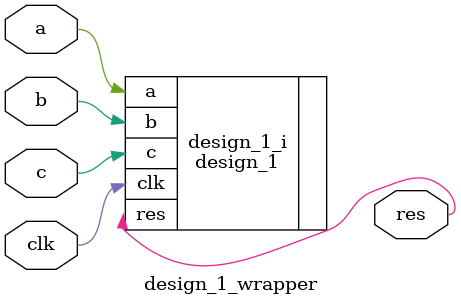
<source format=v>
`timescale 1 ps / 1 ps

module design_1_wrapper
   (a,
    b,
    c,
    clk,
    res);
  input [0:0]a;
  input [0:0]b;
  input [0:0]c;
  input clk;
  output [0:0]res;

  wire [0:0]a;
  wire [0:0]b;
  wire [0:0]c;
  wire clk;
  wire [0:0]res;

  design_1 design_1_i
       (.a(a),
        .b(b),
        .c(c),
        .clk(clk),
        .res(res));
endmodule

</source>
